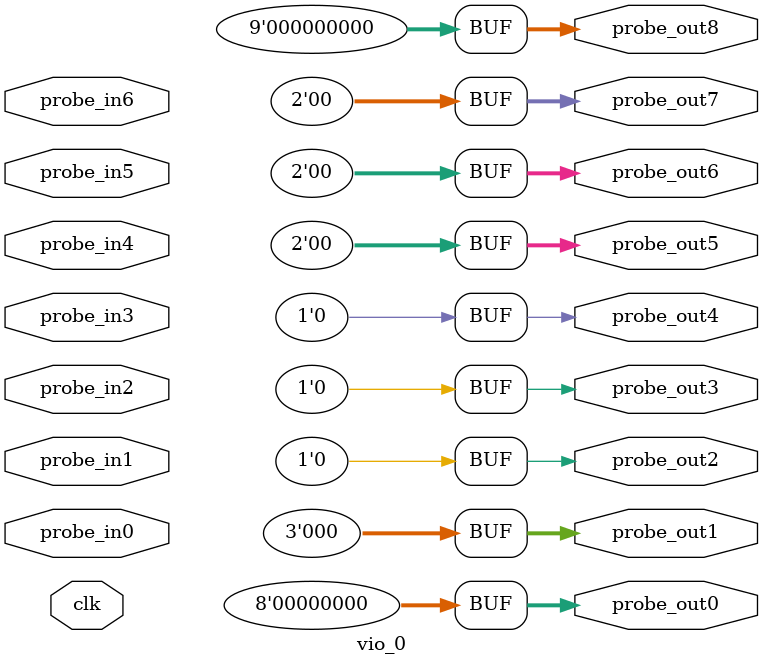
<source format=v>
`timescale 1ns / 1ps
module vio_0 (
clk,
probe_in0,probe_in1,probe_in2,probe_in3,probe_in4,probe_in5,probe_in6,
probe_out0,
probe_out1,
probe_out2,
probe_out3,
probe_out4,
probe_out5,
probe_out6,
probe_out7,
probe_out8
);

input clk;
input [7 : 0] probe_in0;
input [0 : 0] probe_in1;
input [0 : 0] probe_in2;
input [8 : 0] probe_in3;
input [8 : 0] probe_in4;
input [7 : 0] probe_in5;
input [7 : 0] probe_in6;

output reg [7 : 0] probe_out0 = 'h00 ;
output reg [2 : 0] probe_out1 = 'h0 ;
output reg [0 : 0] probe_out2 = 'h0 ;
output reg [0 : 0] probe_out3 = 'h0 ;
output reg [0 : 0] probe_out4 = 'h0 ;
output reg [1 : 0] probe_out5 = 'h0 ;
output reg [1 : 0] probe_out6 = 'h0 ;
output reg [1 : 0] probe_out7 = 'h0 ;
output reg [8 : 0] probe_out8 = 'h000 ;


endmodule

</source>
